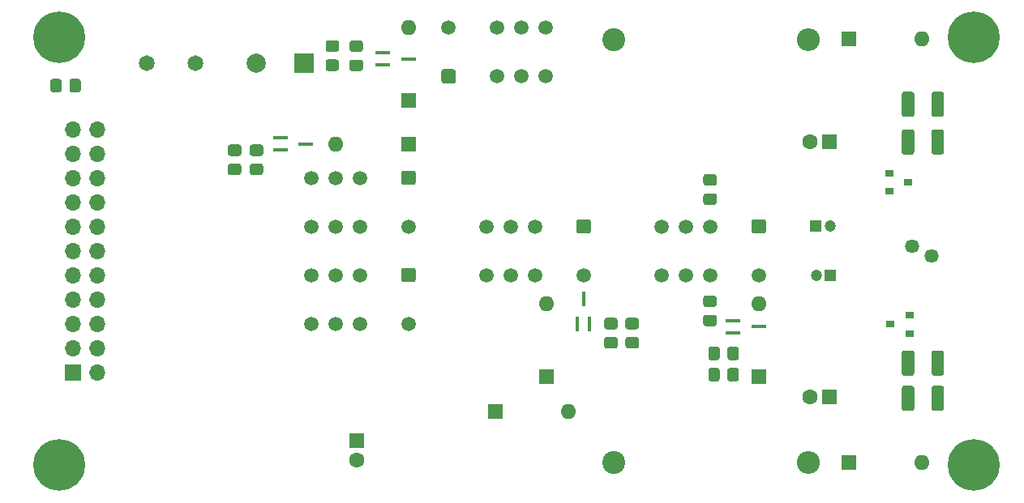
<source format=gbr>
%TF.GenerationSoftware,KiCad,Pcbnew,(5.1.7)-1*%
%TF.CreationDate,2021-07-26T21:24:21-04:00*%
%TF.ProjectId,PhoneInterface,50686f6e-6549-46e7-9465-72666163652e,rev?*%
%TF.SameCoordinates,Original*%
%TF.FileFunction,Soldermask,Bot*%
%TF.FilePolarity,Negative*%
%FSLAX46Y46*%
G04 Gerber Fmt 4.6, Leading zero omitted, Abs format (unit mm)*
G04 Created by KiCad (PCBNEW (5.1.7)-1) date 2021-07-26 21:24:21*
%MOMM*%
%LPD*%
G01*
G04 APERTURE LIST*
%ADD10C,5.400000*%
%ADD11O,2.400000X2.400000*%
%ADD12C,2.400000*%
%ADD13R,0.450000X1.500000*%
%ADD14R,1.500000X0.450000*%
%ADD15C,1.500000*%
%ADD16C,1.462000*%
%ADD17O,1.700000X1.700000*%
%ADD18R,1.700000X1.700000*%
%ADD19C,1.650000*%
%ADD20O,1.600000X1.600000*%
%ADD21R,1.600000X1.600000*%
%ADD22R,0.900000X0.800000*%
%ADD23C,2.000000*%
%ADD24R,2.000000X2.000000*%
%ADD25C,1.600000*%
%ADD26C,1.200000*%
%ADD27R,1.200000X1.200000*%
G04 APERTURE END LIST*
D10*
%TO.C,H4*%
X95377000Y-78613000D03*
%TD*%
%TO.C,H3*%
X95377000Y-123317000D03*
%TD*%
%TO.C,R19*%
G36*
G01*
X96421400Y-84092201D02*
X96421400Y-83192199D01*
G75*
G02*
X96671399Y-82942200I249999J0D01*
G01*
X97371401Y-82942200D01*
G75*
G02*
X97621400Y-83192199I0J-249999D01*
G01*
X97621400Y-84092201D01*
G75*
G02*
X97371401Y-84342200I-249999J0D01*
G01*
X96671399Y-84342200D01*
G75*
G02*
X96421400Y-84092201I0J249999D01*
G01*
G37*
G36*
G01*
X94421400Y-84092201D02*
X94421400Y-83192199D01*
G75*
G02*
X94671399Y-82942200I249999J0D01*
G01*
X95371401Y-82942200D01*
G75*
G02*
X95621400Y-83192199I0J-249999D01*
G01*
X95621400Y-84092201D01*
G75*
G02*
X95371401Y-84342200I-249999J0D01*
G01*
X94671399Y-84342200D01*
G75*
G02*
X94421400Y-84092201I0J249999D01*
G01*
G37*
%TD*%
%TO.C,R18*%
G36*
G01*
X155644001Y-109121500D02*
X154743999Y-109121500D01*
G75*
G02*
X154494000Y-108871501I0J249999D01*
G01*
X154494000Y-108171499D01*
G75*
G02*
X154743999Y-107921500I249999J0D01*
G01*
X155644001Y-107921500D01*
G75*
G02*
X155894000Y-108171499I0J-249999D01*
G01*
X155894000Y-108871501D01*
G75*
G02*
X155644001Y-109121500I-249999J0D01*
G01*
G37*
G36*
G01*
X155644001Y-111121500D02*
X154743999Y-111121500D01*
G75*
G02*
X154494000Y-110871501I0J249999D01*
G01*
X154494000Y-110171499D01*
G75*
G02*
X154743999Y-109921500I249999J0D01*
G01*
X155644001Y-109921500D01*
G75*
G02*
X155894000Y-110171499I0J-249999D01*
G01*
X155894000Y-110871501D01*
G75*
G02*
X155644001Y-111121500I-249999J0D01*
G01*
G37*
%TD*%
%TO.C,R17*%
G36*
G01*
X115500999Y-91792500D02*
X116401001Y-91792500D01*
G75*
G02*
X116651000Y-92042499I0J-249999D01*
G01*
X116651000Y-92742501D01*
G75*
G02*
X116401001Y-92992500I-249999J0D01*
G01*
X115500999Y-92992500D01*
G75*
G02*
X115251000Y-92742501I0J249999D01*
G01*
X115251000Y-92042499D01*
G75*
G02*
X115500999Y-91792500I249999J0D01*
G01*
G37*
G36*
G01*
X115500999Y-89792500D02*
X116401001Y-89792500D01*
G75*
G02*
X116651000Y-90042499I0J-249999D01*
G01*
X116651000Y-90742501D01*
G75*
G02*
X116401001Y-90992500I-249999J0D01*
G01*
X115500999Y-90992500D01*
G75*
G02*
X115251000Y-90742501I0J249999D01*
G01*
X115251000Y-90042499D01*
G75*
G02*
X115500999Y-89792500I249999J0D01*
G01*
G37*
%TD*%
%TO.C,R16*%
G36*
G01*
X153421501Y-109121500D02*
X152521499Y-109121500D01*
G75*
G02*
X152271500Y-108871501I0J249999D01*
G01*
X152271500Y-108171499D01*
G75*
G02*
X152521499Y-107921500I249999J0D01*
G01*
X153421501Y-107921500D01*
G75*
G02*
X153671500Y-108171499I0J-249999D01*
G01*
X153671500Y-108871501D01*
G75*
G02*
X153421501Y-109121500I-249999J0D01*
G01*
G37*
G36*
G01*
X153421501Y-111121500D02*
X152521499Y-111121500D01*
G75*
G02*
X152271500Y-110871501I0J249999D01*
G01*
X152271500Y-110171499D01*
G75*
G02*
X152521499Y-109921500I249999J0D01*
G01*
X153421501Y-109921500D01*
G75*
G02*
X153671500Y-110171499I0J-249999D01*
G01*
X153671500Y-110871501D01*
G75*
G02*
X153421501Y-111121500I-249999J0D01*
G01*
G37*
%TD*%
%TO.C,R15*%
G36*
G01*
X113214999Y-91798600D02*
X114115001Y-91798600D01*
G75*
G02*
X114365000Y-92048599I0J-249999D01*
G01*
X114365000Y-92748601D01*
G75*
G02*
X114115001Y-92998600I-249999J0D01*
G01*
X113214999Y-92998600D01*
G75*
G02*
X112965000Y-92748601I0J249999D01*
G01*
X112965000Y-92048599D01*
G75*
G02*
X113214999Y-91798600I249999J0D01*
G01*
G37*
G36*
G01*
X113214999Y-89798600D02*
X114115001Y-89798600D01*
G75*
G02*
X114365000Y-90048599I0J-249999D01*
G01*
X114365000Y-90748601D01*
G75*
G02*
X114115001Y-90998600I-249999J0D01*
G01*
X113214999Y-90998600D01*
G75*
G02*
X112965000Y-90748601I0J249999D01*
G01*
X112965000Y-90048599D01*
G75*
G02*
X113214999Y-89798600I249999J0D01*
G01*
G37*
%TD*%
%TO.C,R14*%
G36*
G01*
X125914999Y-80918000D02*
X126815001Y-80918000D01*
G75*
G02*
X127065000Y-81167999I0J-249999D01*
G01*
X127065000Y-81868001D01*
G75*
G02*
X126815001Y-82118000I-249999J0D01*
G01*
X125914999Y-82118000D01*
G75*
G02*
X125665000Y-81868001I0J249999D01*
G01*
X125665000Y-81167999D01*
G75*
G02*
X125914999Y-80918000I249999J0D01*
G01*
G37*
G36*
G01*
X125914999Y-78918000D02*
X126815001Y-78918000D01*
G75*
G02*
X127065000Y-79167999I0J-249999D01*
G01*
X127065000Y-79868001D01*
G75*
G02*
X126815001Y-80118000I-249999J0D01*
G01*
X125914999Y-80118000D01*
G75*
G02*
X125665000Y-79868001I0J249999D01*
G01*
X125665000Y-79167999D01*
G75*
G02*
X125914999Y-78918000I249999J0D01*
G01*
G37*
%TD*%
%TO.C,R13*%
G36*
G01*
X165135000Y-114305501D02*
X165135000Y-113405499D01*
G75*
G02*
X165384999Y-113155500I249999J0D01*
G01*
X166085001Y-113155500D01*
G75*
G02*
X166335000Y-113405499I0J-249999D01*
G01*
X166335000Y-114305501D01*
G75*
G02*
X166085001Y-114555500I-249999J0D01*
G01*
X165384999Y-114555500D01*
G75*
G02*
X165135000Y-114305501I0J249999D01*
G01*
G37*
G36*
G01*
X163135000Y-114305501D02*
X163135000Y-113405499D01*
G75*
G02*
X163384999Y-113155500I249999J0D01*
G01*
X164085001Y-113155500D01*
G75*
G02*
X164335000Y-113405499I0J-249999D01*
G01*
X164335000Y-114305501D01*
G75*
G02*
X164085001Y-114555500I-249999J0D01*
G01*
X163384999Y-114555500D01*
G75*
G02*
X163135000Y-114305501I0J249999D01*
G01*
G37*
%TD*%
%TO.C,R12*%
G36*
G01*
X123425799Y-78908600D02*
X124325801Y-78908600D01*
G75*
G02*
X124575800Y-79158599I0J-249999D01*
G01*
X124575800Y-79858601D01*
G75*
G02*
X124325801Y-80108600I-249999J0D01*
G01*
X123425799Y-80108600D01*
G75*
G02*
X123175800Y-79858601I0J249999D01*
G01*
X123175800Y-79158599D01*
G75*
G02*
X123425799Y-78908600I249999J0D01*
G01*
G37*
G36*
G01*
X123425799Y-80908600D02*
X124325801Y-80908600D01*
G75*
G02*
X124575800Y-81158599I0J-249999D01*
G01*
X124575800Y-81858601D01*
G75*
G02*
X124325801Y-82108600I-249999J0D01*
G01*
X123425799Y-82108600D01*
G75*
G02*
X123175800Y-81858601I0J249999D01*
G01*
X123175800Y-81158599D01*
G75*
G02*
X123425799Y-80908600I249999J0D01*
G01*
G37*
%TD*%
%TO.C,R11*%
G36*
G01*
X165135000Y-112083001D02*
X165135000Y-111182999D01*
G75*
G02*
X165384999Y-110933000I249999J0D01*
G01*
X166085001Y-110933000D01*
G75*
G02*
X166335000Y-111182999I0J-249999D01*
G01*
X166335000Y-112083001D01*
G75*
G02*
X166085001Y-112333000I-249999J0D01*
G01*
X165384999Y-112333000D01*
G75*
G02*
X165135000Y-112083001I0J249999D01*
G01*
G37*
G36*
G01*
X163135000Y-112083001D02*
X163135000Y-111182999D01*
G75*
G02*
X163384999Y-110933000I249999J0D01*
G01*
X164085001Y-110933000D01*
G75*
G02*
X164335000Y-111182999I0J-249999D01*
G01*
X164335000Y-112083001D01*
G75*
G02*
X164085001Y-112333000I-249999J0D01*
G01*
X163384999Y-112333000D01*
G75*
G02*
X163135000Y-112083001I0J249999D01*
G01*
G37*
%TD*%
D11*
%TO.C,R10*%
X173609000Y-78867000D03*
D12*
X153289000Y-78867000D03*
%TD*%
%TO.C,R9*%
G36*
G01*
X184647000Y-84523000D02*
X184647000Y-86673000D01*
G75*
G02*
X184397000Y-86923000I-250000J0D01*
G01*
X183597000Y-86923000D01*
G75*
G02*
X183347000Y-86673000I0J250000D01*
G01*
X183347000Y-84523000D01*
G75*
G02*
X183597000Y-84273000I250000J0D01*
G01*
X184397000Y-84273000D01*
G75*
G02*
X184647000Y-84523000I0J-250000D01*
G01*
G37*
G36*
G01*
X187747000Y-84523000D02*
X187747000Y-86673000D01*
G75*
G02*
X187497000Y-86923000I-250000J0D01*
G01*
X186697000Y-86923000D01*
G75*
G02*
X186447000Y-86673000I0J250000D01*
G01*
X186447000Y-84523000D01*
G75*
G02*
X186697000Y-84273000I250000J0D01*
G01*
X187497000Y-84273000D01*
G75*
G02*
X187747000Y-84523000I0J-250000D01*
G01*
G37*
%TD*%
%TO.C,R8*%
G36*
G01*
X184647000Y-88460000D02*
X184647000Y-90610000D01*
G75*
G02*
X184397000Y-90860000I-250000J0D01*
G01*
X183597000Y-90860000D01*
G75*
G02*
X183347000Y-90610000I0J250000D01*
G01*
X183347000Y-88460000D01*
G75*
G02*
X183597000Y-88210000I250000J0D01*
G01*
X184397000Y-88210000D01*
G75*
G02*
X184647000Y-88460000I0J-250000D01*
G01*
G37*
G36*
G01*
X187747000Y-88460000D02*
X187747000Y-90610000D01*
G75*
G02*
X187497000Y-90860000I-250000J0D01*
G01*
X186697000Y-90860000D01*
G75*
G02*
X186447000Y-90610000I0J250000D01*
G01*
X186447000Y-88460000D01*
G75*
G02*
X186697000Y-88210000I250000J0D01*
G01*
X187497000Y-88210000D01*
G75*
G02*
X187747000Y-88460000I0J-250000D01*
G01*
G37*
%TD*%
%TO.C,R7*%
G36*
G01*
X162871999Y-94904000D02*
X163772001Y-94904000D01*
G75*
G02*
X164022000Y-95153999I0J-249999D01*
G01*
X164022000Y-95854001D01*
G75*
G02*
X163772001Y-96104000I-249999J0D01*
G01*
X162871999Y-96104000D01*
G75*
G02*
X162622000Y-95854001I0J249999D01*
G01*
X162622000Y-95153999D01*
G75*
G02*
X162871999Y-94904000I249999J0D01*
G01*
G37*
G36*
G01*
X162871999Y-92904000D02*
X163772001Y-92904000D01*
G75*
G02*
X164022000Y-93153999I0J-249999D01*
G01*
X164022000Y-93854001D01*
G75*
G02*
X163772001Y-94104000I-249999J0D01*
G01*
X162871999Y-94104000D01*
G75*
G02*
X162622000Y-93854001I0J249999D01*
G01*
X162622000Y-93153999D01*
G75*
G02*
X162871999Y-92904000I249999J0D01*
G01*
G37*
%TD*%
%TO.C,R6*%
G36*
G01*
X163772001Y-106788000D02*
X162871999Y-106788000D01*
G75*
G02*
X162622000Y-106538001I0J249999D01*
G01*
X162622000Y-105837999D01*
G75*
G02*
X162871999Y-105588000I249999J0D01*
G01*
X163772001Y-105588000D01*
G75*
G02*
X164022000Y-105837999I0J-249999D01*
G01*
X164022000Y-106538001D01*
G75*
G02*
X163772001Y-106788000I-249999J0D01*
G01*
G37*
G36*
G01*
X163772001Y-108788000D02*
X162871999Y-108788000D01*
G75*
G02*
X162622000Y-108538001I0J249999D01*
G01*
X162622000Y-107837999D01*
G75*
G02*
X162871999Y-107588000I249999J0D01*
G01*
X163772001Y-107588000D01*
G75*
G02*
X164022000Y-107837999I0J-249999D01*
G01*
X164022000Y-108538001D01*
G75*
G02*
X163772001Y-108788000I-249999J0D01*
G01*
G37*
%TD*%
%TO.C,R5*%
G36*
G01*
X184647000Y-115257000D02*
X184647000Y-117407000D01*
G75*
G02*
X184397000Y-117657000I-250000J0D01*
G01*
X183597000Y-117657000D01*
G75*
G02*
X183347000Y-117407000I0J250000D01*
G01*
X183347000Y-115257000D01*
G75*
G02*
X183597000Y-115007000I250000J0D01*
G01*
X184397000Y-115007000D01*
G75*
G02*
X184647000Y-115257000I0J-250000D01*
G01*
G37*
G36*
G01*
X187747000Y-115257000D02*
X187747000Y-117407000D01*
G75*
G02*
X187497000Y-117657000I-250000J0D01*
G01*
X186697000Y-117657000D01*
G75*
G02*
X186447000Y-117407000I0J250000D01*
G01*
X186447000Y-115257000D01*
G75*
G02*
X186697000Y-115007000I250000J0D01*
G01*
X187497000Y-115007000D01*
G75*
G02*
X187747000Y-115257000I0J-250000D01*
G01*
G37*
%TD*%
%TO.C,R4*%
G36*
G01*
X184647000Y-111574000D02*
X184647000Y-113724000D01*
G75*
G02*
X184397000Y-113974000I-250000J0D01*
G01*
X183597000Y-113974000D01*
G75*
G02*
X183347000Y-113724000I0J250000D01*
G01*
X183347000Y-111574000D01*
G75*
G02*
X183597000Y-111324000I250000J0D01*
G01*
X184397000Y-111324000D01*
G75*
G02*
X184647000Y-111574000I0J-250000D01*
G01*
G37*
G36*
G01*
X187747000Y-111574000D02*
X187747000Y-113724000D01*
G75*
G02*
X187497000Y-113974000I-250000J0D01*
G01*
X186697000Y-113974000D01*
G75*
G02*
X186447000Y-113724000I0J250000D01*
G01*
X186447000Y-111574000D01*
G75*
G02*
X186697000Y-111324000I250000J0D01*
G01*
X187497000Y-111324000D01*
G75*
G02*
X187747000Y-111574000I0J-250000D01*
G01*
G37*
%TD*%
D11*
%TO.C,R3*%
X173609000Y-123063000D03*
D12*
X153289000Y-123063000D03*
%TD*%
D13*
%TO.C,Q6*%
X150114000Y-105921500D03*
X149464000Y-108581500D03*
X150764000Y-108581500D03*
%TD*%
D14*
%TO.C,Q5*%
X121091000Y-89725500D03*
X118431000Y-89075500D03*
X118431000Y-90375500D03*
%TD*%
%TO.C,Q4*%
X131826000Y-80835500D03*
X129166000Y-80185500D03*
X129166000Y-81485500D03*
%TD*%
%TO.C,Q3*%
X168398500Y-108839000D03*
X165738500Y-108189000D03*
X165738500Y-109489000D03*
%TD*%
D15*
%TO.C,K5*%
X131826000Y-98361500D03*
X126746000Y-98361500D03*
X124206000Y-98361500D03*
X121666000Y-98361500D03*
X121666000Y-93281500D03*
X124206000Y-93281500D03*
X126746000Y-93281500D03*
G36*
G01*
X131326500Y-92531500D02*
X132325500Y-92531500D01*
G75*
G02*
X132576000Y-92782000I0J-250500D01*
G01*
X132576000Y-93781000D01*
G75*
G02*
X132325500Y-94031500I-250500J0D01*
G01*
X131326500Y-94031500D01*
G75*
G02*
X131076000Y-93781000I0J250500D01*
G01*
X131076000Y-92782000D01*
G75*
G02*
X131326500Y-92531500I250500J0D01*
G01*
G37*
%TD*%
%TO.C,K4*%
X136017000Y-77597000D03*
X141097000Y-77597000D03*
X143637000Y-77597000D03*
X146177000Y-77597000D03*
X146177000Y-82677000D03*
X143637000Y-82677000D03*
X141097000Y-82677000D03*
G36*
G01*
X136516500Y-83427000D02*
X135517500Y-83427000D01*
G75*
G02*
X135267000Y-83176500I0J250500D01*
G01*
X135267000Y-82177500D01*
G75*
G02*
X135517500Y-81927000I250500J0D01*
G01*
X136516500Y-81927000D01*
G75*
G02*
X136767000Y-82177500I0J-250500D01*
G01*
X136767000Y-83176500D01*
G75*
G02*
X136516500Y-83427000I-250500J0D01*
G01*
G37*
%TD*%
%TO.C,K3*%
X168402000Y-103441500D03*
X163322000Y-103441500D03*
X160782000Y-103441500D03*
X158242000Y-103441500D03*
X158242000Y-98361500D03*
X160782000Y-98361500D03*
X163322000Y-98361500D03*
G36*
G01*
X167902500Y-97611500D02*
X168901500Y-97611500D01*
G75*
G02*
X169152000Y-97862000I0J-250500D01*
G01*
X169152000Y-98861000D01*
G75*
G02*
X168901500Y-99111500I-250500J0D01*
G01*
X167902500Y-99111500D01*
G75*
G02*
X167652000Y-98861000I0J250500D01*
G01*
X167652000Y-97862000D01*
G75*
G02*
X167902500Y-97611500I250500J0D01*
G01*
G37*
%TD*%
%TO.C,K2*%
X150114000Y-103441500D03*
X145034000Y-103441500D03*
X142494000Y-103441500D03*
X139954000Y-103441500D03*
X139954000Y-98361500D03*
X142494000Y-98361500D03*
X145034000Y-98361500D03*
G36*
G01*
X149614500Y-97611500D02*
X150613500Y-97611500D01*
G75*
G02*
X150864000Y-97862000I0J-250500D01*
G01*
X150864000Y-98861000D01*
G75*
G02*
X150613500Y-99111500I-250500J0D01*
G01*
X149614500Y-99111500D01*
G75*
G02*
X149364000Y-98861000I0J250500D01*
G01*
X149364000Y-97862000D01*
G75*
G02*
X149614500Y-97611500I250500J0D01*
G01*
G37*
%TD*%
%TO.C,K1*%
X131826000Y-108521500D03*
X126746000Y-108521500D03*
X124206000Y-108521500D03*
X121666000Y-108521500D03*
X121666000Y-103441500D03*
X124206000Y-103441500D03*
X126746000Y-103441500D03*
G36*
G01*
X131326500Y-102691500D02*
X132325500Y-102691500D01*
G75*
G02*
X132576000Y-102942000I0J-250500D01*
G01*
X132576000Y-103941000D01*
G75*
G02*
X132325500Y-104191500I-250500J0D01*
G01*
X131326500Y-104191500D01*
G75*
G02*
X131076000Y-103941000I0J250500D01*
G01*
X131076000Y-102942000D01*
G75*
G02*
X131326500Y-102691500I250500J0D01*
G01*
G37*
%TD*%
D16*
%TO.C,J2*%
X186434000Y-101477000D03*
X184404000Y-100457000D03*
%TD*%
D17*
%TO.C,J1*%
X99314000Y-88265000D03*
X96774000Y-88265000D03*
X99314000Y-90805000D03*
X96774000Y-90805000D03*
X99314000Y-93345000D03*
X96774000Y-93345000D03*
X99314000Y-95885000D03*
X96774000Y-95885000D03*
X99314000Y-98425000D03*
X96774000Y-98425000D03*
X99314000Y-100965000D03*
X96774000Y-100965000D03*
X99314000Y-103505000D03*
X96774000Y-103505000D03*
X99314000Y-106045000D03*
X96774000Y-106045000D03*
X99314000Y-108585000D03*
X96774000Y-108585000D03*
X99314000Y-111125000D03*
X96774000Y-111125000D03*
X99314000Y-113665000D03*
D18*
X96774000Y-113665000D03*
%TD*%
D10*
%TO.C,H2*%
X190881000Y-123317000D03*
%TD*%
%TO.C,H1*%
X190881000Y-78613000D03*
%TD*%
D19*
%TO.C,F1*%
X109601000Y-81280000D03*
X104521000Y-81280000D03*
%TD*%
D20*
%TO.C,D9*%
X124206000Y-89725500D03*
D21*
X131826000Y-89725500D03*
%TD*%
D20*
%TO.C,D8*%
X131826000Y-77597000D03*
D21*
X131826000Y-85217000D03*
%TD*%
D22*
%TO.C,D7*%
X184023000Y-93726000D03*
X182023000Y-92776000D03*
X182023000Y-94676000D03*
%TD*%
D20*
%TO.C,D6*%
X185420000Y-78740000D03*
D21*
X177800000Y-78740000D03*
%TD*%
D20*
%TO.C,D5*%
X168402000Y-106426000D03*
D21*
X168402000Y-114046000D03*
%TD*%
D20*
%TO.C,D4*%
X146240500Y-106426000D03*
D21*
X146240500Y-114046000D03*
%TD*%
D20*
%TO.C,D3*%
X185420000Y-123063000D03*
D21*
X177800000Y-123063000D03*
%TD*%
D22*
%TO.C,D2*%
X182134000Y-108585000D03*
X184134000Y-109535000D03*
X184134000Y-107635000D03*
%TD*%
D20*
%TO.C,D1*%
X148526500Y-117665500D03*
D21*
X140906500Y-117665500D03*
%TD*%
D23*
%TO.C,C8*%
X115904000Y-81280000D03*
D24*
X120904000Y-81280000D03*
%TD*%
D25*
%TO.C,C5*%
X126428500Y-122777000D03*
D21*
X126428500Y-120777000D03*
%TD*%
D25*
%TO.C,C4*%
X173768000Y-89535000D03*
D21*
X175768000Y-89535000D03*
%TD*%
D26*
%TO.C,C3*%
X175871000Y-98298000D03*
D27*
X174371000Y-98298000D03*
%TD*%
D26*
%TO.C,C2*%
X174395000Y-103505000D03*
D27*
X175895000Y-103505000D03*
%TD*%
D25*
%TO.C,C1*%
X173768000Y-116205000D03*
D21*
X175768000Y-116205000D03*
%TD*%
M02*

</source>
